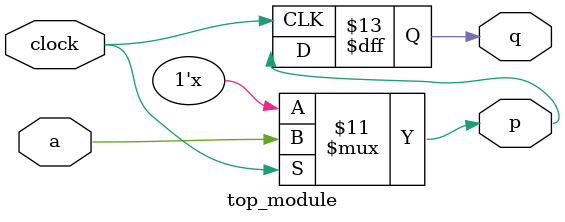
<source format=v>
module top_module (
    input clock,
    input a,
    output reg p,
    output reg q );
    
      initial
            q=1'b1;
    
    always@(negedge clock)
        q=p;
    
    always@ (clock)
        begin
            if(clock==1'b1)
                p=a;
            else if(clock==1'b0)
                p=p;
        end

endmodule

</source>
